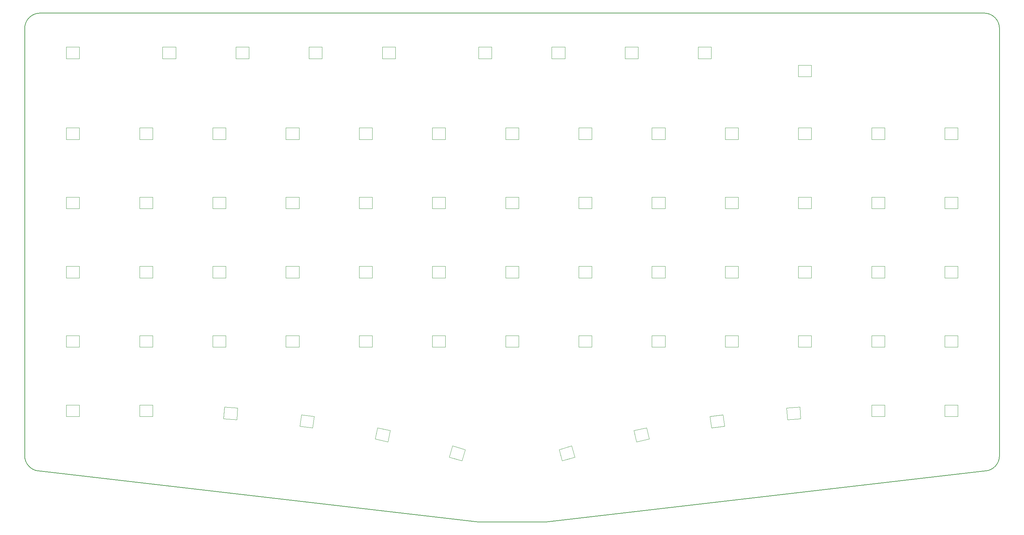
<source format=gbr>
%TF.GenerationSoftware,KiCad,Pcbnew,8.0.4*%
%TF.CreationDate,2024-08-04T16:18:39+02:00*%
%TF.ProjectId,eepyboard,65657079-626f-4617-9264-2e6b69636164,1.0*%
%TF.SameCoordinates,Original*%
%TF.FileFunction,Profile,NP*%
%FSLAX46Y46*%
G04 Gerber Fmt 4.6, Leading zero omitted, Abs format (unit mm)*
G04 Created by KiCad (PCBNEW 8.0.4) date 2024-08-04 16:18:39*
%MOMM*%
%LPD*%
G01*
G04 APERTURE LIST*
%TA.AperFunction,Profile*%
%ADD10C,0.150000*%
%TD*%
%TA.AperFunction,Profile*%
%ADD11C,0.120000*%
%TD*%
G04 APERTURE END LIST*
D10*
X340582832Y-156912339D02*
G75*
G02*
X337043429Y-160885721I-4000032J39D01*
G01*
X337043431Y-160885735D02*
X222874562Y-174120308D01*
X87582833Y-45912343D02*
G75*
G02*
X91582827Y-41912343I3999997J3D01*
G01*
X87582826Y-156912342D02*
X87582833Y-45912343D01*
X205291090Y-174120307D02*
X91122228Y-160885730D01*
X205751694Y-174146911D02*
G75*
G02*
X205291090Y-174120308I6J4000911D01*
G01*
X340582824Y-45912341D02*
X340582829Y-156912339D01*
X91122232Y-160885731D02*
G75*
G02*
X87582765Y-156912342I460568J3973431D01*
G01*
X336582829Y-41912342D02*
G75*
G02*
X340582758Y-45912341I-29J-3999958D01*
G01*
X91582827Y-41912341D02*
X336582829Y-41912342D01*
X222413967Y-174146915D02*
X205751694Y-174146911D01*
X222874562Y-174120308D02*
G75*
G02*
X222413967Y-174146912I-460562J3973208D01*
G01*
D11*
%TO.C,LED15*%
X231382831Y-125712339D02*
X234782833Y-125712339D01*
X231382831Y-128712333D02*
X231382831Y-125712339D01*
X234782833Y-125712339D02*
X234782833Y-128712333D01*
X234782833Y-128712333D02*
X231382831Y-128712333D01*
%TO.C,LED43*%
X136382827Y-71712344D02*
X139782829Y-71712344D01*
X136382827Y-74712338D02*
X136382827Y-71712344D01*
X139782829Y-71712344D02*
X139782829Y-74712338D01*
X139782829Y-74712338D02*
X136382827Y-74712338D01*
%TO.C,LED71*%
X265422682Y-146744381D02*
X268789590Y-146271193D01*
X265840198Y-149715185D02*
X265422682Y-146744381D01*
X268789590Y-146271193D02*
X269207106Y-149241997D01*
X269207106Y-149241997D02*
X265840198Y-149715185D01*
%TO.C,LED13*%
X212382826Y-125712344D02*
X215782828Y-125712344D01*
X212382826Y-128712338D02*
X212382826Y-125712344D01*
X215782828Y-125712344D02*
X215782828Y-128712338D01*
X215782828Y-128712338D02*
X212382826Y-128712338D01*
%TO.C,LED4*%
X117382825Y-89712340D02*
X120782827Y-89712340D01*
X117382825Y-92712334D02*
X117382825Y-89712340D01*
X120782827Y-89712340D02*
X120782827Y-92712334D01*
X120782827Y-92712334D02*
X117382825Y-92712334D01*
%TO.C,LED1*%
X98382826Y-125712347D02*
X101782828Y-125712347D01*
X98382826Y-128712341D02*
X98382826Y-125712347D01*
X101782828Y-125712347D02*
X101782828Y-128712341D01*
X101782828Y-128712341D02*
X98382826Y-128712341D01*
%TO.C,LED31*%
X180382831Y-50712340D02*
X183782833Y-50712340D01*
X180382831Y-53712334D02*
X180382831Y-50712340D01*
X183782833Y-50712340D02*
X183782833Y-53712334D01*
X183782833Y-53712334D02*
X180382831Y-53712334D01*
%TO.C,LED73*%
X226273393Y-155308291D02*
X229541683Y-154371121D01*
X227100305Y-158192073D02*
X226273393Y-155308291D01*
X229541683Y-154371121D02*
X230368595Y-157254903D01*
X230368595Y-157254903D02*
X227100305Y-158192073D01*
%TO.C,LED39*%
X117382831Y-143712348D02*
X120782833Y-143712348D01*
X117382831Y-146712342D02*
X117382831Y-143712348D01*
X120782833Y-143712348D02*
X120782833Y-146712342D01*
X120782833Y-146712342D02*
X117382831Y-146712342D01*
%TO.C,LED35*%
X262382826Y-50712348D02*
X265782828Y-50712348D01*
X262382826Y-53712342D02*
X262382826Y-50712348D01*
X265782828Y-50712348D02*
X265782828Y-53712342D01*
X265782828Y-53712342D02*
X262382826Y-53712342D01*
%TO.C,LED12*%
X193382826Y-89712345D02*
X196782828Y-89712345D01*
X193382826Y-92712339D02*
X193382826Y-89712345D01*
X196782828Y-89712345D02*
X196782828Y-92712339D01*
X196782828Y-92712339D02*
X193382826Y-92712339D01*
%TO.C,LED72*%
X245698510Y-150342775D02*
X249024209Y-149635876D01*
X246322243Y-153277218D02*
X245698510Y-150342775D01*
X249024209Y-149635876D02*
X249647942Y-152570319D01*
X249647942Y-152570319D02*
X246322243Y-153277218D01*
%TO.C,LED59*%
X288382825Y-71712342D02*
X291782827Y-71712342D01*
X288382825Y-74712336D02*
X288382825Y-71712342D01*
X291782827Y-71712342D02*
X291782827Y-74712336D01*
X291782827Y-74712336D02*
X288382825Y-74712336D01*
%TO.C,LED21*%
X288382829Y-125712347D02*
X291782831Y-125712347D01*
X288382829Y-128712341D02*
X288382829Y-125712347D01*
X291782831Y-125712347D02*
X291782831Y-128712341D01*
X291782831Y-128712341D02*
X288382829Y-128712341D01*
%TO.C,LED9*%
X174382827Y-125712342D02*
X177782829Y-125712342D01*
X174382827Y-128712336D02*
X174382827Y-125712342D01*
X177782829Y-125712342D02*
X177782829Y-128712336D01*
X177782829Y-128712336D02*
X174382827Y-128712336D01*
%TO.C,LED44*%
X155382829Y-107712342D02*
X158782831Y-107712342D01*
X155382829Y-110712336D02*
X155382829Y-107712342D01*
X158782831Y-107712342D02*
X158782831Y-110712336D01*
X158782831Y-110712336D02*
X155382829Y-110712336D01*
%TO.C,LED6*%
X136382823Y-89712344D02*
X139782825Y-89712344D01*
X136382823Y-92712338D02*
X136382823Y-89712344D01*
X139782825Y-89712344D02*
X139782825Y-92712338D01*
X139782825Y-92712338D02*
X136382823Y-92712338D01*
%TO.C,LED48*%
X193382824Y-107712344D02*
X196782826Y-107712344D01*
X193382824Y-110712338D02*
X193382824Y-107712344D01*
X196782826Y-107712344D02*
X196782826Y-110712338D01*
X196782826Y-110712338D02*
X193382824Y-110712338D01*
%TO.C,LED45*%
X155382827Y-71712342D02*
X158782829Y-71712342D01*
X155382827Y-74712336D02*
X155382827Y-71712342D01*
X158782829Y-71712342D02*
X158782829Y-74712336D01*
X158782829Y-74712336D02*
X155382827Y-74712336D01*
%TO.C,LED58*%
X288382827Y-107712343D02*
X291782829Y-107712343D01*
X288382827Y-110712337D02*
X288382827Y-107712343D01*
X291782829Y-107712343D02*
X291782829Y-110712337D01*
X291782829Y-110712337D02*
X288382827Y-110712337D01*
%TO.C,LED17*%
X250382827Y-125712347D02*
X253782829Y-125712347D01*
X250382827Y-128712341D02*
X250382827Y-125712347D01*
X253782829Y-125712347D02*
X253782829Y-128712341D01*
X253782829Y-128712341D02*
X250382827Y-128712341D01*
%TO.C,LED61*%
X307382828Y-107712342D02*
X310782830Y-107712342D01*
X307382828Y-110712336D02*
X307382828Y-107712342D01*
X310782830Y-107712342D02*
X310782830Y-110712336D01*
X310782830Y-110712336D02*
X307382828Y-110712336D01*
%TO.C,LED28*%
X123382826Y-50712349D02*
X126782828Y-50712349D01*
X123382826Y-53712343D02*
X123382826Y-50712349D01*
X126782828Y-50712349D02*
X126782828Y-53712343D01*
X126782828Y-53712343D02*
X123382826Y-53712343D01*
%TO.C,LED34*%
X243382832Y-50712343D02*
X246782834Y-50712343D01*
X243382832Y-53712337D02*
X243382832Y-50712343D01*
X246782834Y-50712343D02*
X246782834Y-53712337D01*
X246782834Y-53712337D02*
X243382832Y-53712337D01*
%TO.C,LED64*%
X326382826Y-107712343D02*
X329782828Y-107712343D01*
X326382826Y-110712337D02*
X326382826Y-107712343D01*
X329782828Y-107712343D02*
X329782828Y-110712337D01*
X329782828Y-110712337D02*
X326382826Y-110712337D01*
%TO.C,LED27*%
X98382828Y-50712342D02*
X101782830Y-50712342D01*
X98382828Y-53712336D02*
X98382828Y-50712342D01*
X101782830Y-50712342D02*
X101782830Y-53712336D01*
X101782830Y-53712336D02*
X98382828Y-53712336D01*
%TO.C,LED11*%
X193382830Y-125712343D02*
X196782832Y-125712343D01*
X193382830Y-128712337D02*
X193382830Y-125712343D01*
X196782832Y-125712343D02*
X196782832Y-128712337D01*
X196782832Y-128712337D02*
X193382830Y-128712337D01*
%TO.C,LED56*%
X269382824Y-107712342D02*
X272782826Y-107712342D01*
X269382824Y-110712336D02*
X269382824Y-107712342D01*
X272782826Y-107712342D02*
X272782826Y-110712336D01*
X272782826Y-110712336D02*
X269382824Y-110712336D01*
%TO.C,LED16*%
X231382827Y-89712344D02*
X234782829Y-89712344D01*
X231382827Y-92712338D02*
X231382827Y-89712344D01*
X234782829Y-89712344D02*
X234782829Y-92712338D01*
X234782829Y-92712338D02*
X231382827Y-92712338D01*
%TO.C,LED51*%
X212382827Y-71712341D02*
X215782829Y-71712341D01*
X212382827Y-74712335D02*
X212382827Y-71712341D01*
X215782829Y-71712341D02*
X215782829Y-74712335D01*
X215782829Y-74712335D02*
X212382827Y-74712335D01*
%TO.C,LED57*%
X269382823Y-71712345D02*
X272782825Y-71712345D01*
X269382823Y-74712339D02*
X269382823Y-71712345D01*
X272782825Y-71712345D02*
X272782825Y-74712339D01*
X272782825Y-74712339D02*
X269382823Y-74712339D01*
%TO.C,LED65*%
X326382826Y-71712341D02*
X329782828Y-71712341D01*
X326382826Y-74712335D02*
X326382826Y-71712341D01*
X329782828Y-71712341D02*
X329782828Y-74712335D01*
X329782828Y-74712335D02*
X326382826Y-74712335D01*
%TO.C,LED10*%
X174382828Y-89712345D02*
X177782830Y-89712345D01*
X174382828Y-92712339D02*
X174382828Y-89712345D01*
X177782830Y-89712345D02*
X177782830Y-92712339D01*
X177782830Y-92712339D02*
X174382828Y-92712339D01*
%TO.C,LED63*%
X326382827Y-143712346D02*
X329782829Y-143712346D01*
X326382827Y-146712340D02*
X326382827Y-143712346D01*
X329782829Y-143712346D02*
X329782829Y-146712340D01*
X329782829Y-146712340D02*
X326382827Y-146712340D01*
%TO.C,LED46*%
X174382827Y-107712343D02*
X177782829Y-107712343D01*
X174382827Y-110712337D02*
X174382827Y-107712343D01*
X177782829Y-107712343D02*
X177782829Y-110712337D01*
X177782829Y-110712337D02*
X174382827Y-110712337D01*
%TO.C,LED41*%
X117382830Y-71712337D02*
X120782832Y-71712337D01*
X117382830Y-74712331D02*
X117382830Y-71712337D01*
X120782832Y-71712337D02*
X120782832Y-74712331D01*
X120782832Y-74712331D02*
X117382830Y-74712331D01*
%TO.C,LED66*%
X139214857Y-147286161D02*
X139424127Y-144293472D01*
X139424127Y-144293472D02*
X142815845Y-144530647D01*
X142606575Y-147523336D02*
X139214857Y-147286161D01*
X142815845Y-144530647D02*
X142606575Y-147523336D01*
%TO.C,LED55*%
X250382824Y-71712341D02*
X253782826Y-71712341D01*
X250382824Y-74712335D02*
X250382824Y-71712341D01*
X253782826Y-71712341D02*
X253782826Y-74712335D01*
X253782826Y-74712335D02*
X250382824Y-74712335D01*
%TO.C,LED5*%
X136382829Y-125712345D02*
X139782831Y-125712345D01*
X136382829Y-128712339D02*
X136382829Y-125712345D01*
X139782831Y-125712345D02*
X139782831Y-128712339D01*
X139782831Y-128712339D02*
X136382829Y-128712339D01*
%TO.C,LED60*%
X307382832Y-143712347D02*
X310782834Y-143712347D01*
X307382832Y-146712341D02*
X307382832Y-143712347D01*
X310782834Y-143712347D02*
X310782834Y-146712341D01*
X310782834Y-146712341D02*
X307382832Y-146712341D01*
%TO.C,LED25*%
X326382831Y-125712340D02*
X329782833Y-125712340D01*
X326382831Y-128712334D02*
X326382831Y-125712340D01*
X329782833Y-125712340D02*
X329782833Y-128712334D01*
X329782833Y-128712334D02*
X326382831Y-128712334D01*
%TO.C,LED29*%
X142382828Y-50712348D02*
X145782830Y-50712348D01*
X142382828Y-53712342D02*
X142382828Y-50712348D01*
X145782830Y-50712348D02*
X145782830Y-53712342D01*
X145782830Y-53712342D02*
X142382828Y-53712342D01*
%TO.C,LED8*%
X155382824Y-89712343D02*
X158782826Y-89712343D01*
X155382824Y-92712337D02*
X155382824Y-89712343D01*
X158782826Y-89712343D02*
X158782826Y-92712337D01*
X158782826Y-92712337D02*
X155382824Y-92712337D01*
%TO.C,LED26*%
X326382833Y-89712344D02*
X329782835Y-89712344D01*
X326382833Y-92712338D02*
X326382833Y-89712344D01*
X329782835Y-89712344D02*
X329782835Y-92712338D01*
X329782835Y-92712338D02*
X326382833Y-92712338D01*
%TO.C,LED50*%
X212382825Y-107712344D02*
X215782827Y-107712344D01*
X212382825Y-110712338D02*
X212382825Y-107712344D01*
X215782827Y-107712344D02*
X215782827Y-110712338D01*
X215782827Y-110712338D02*
X212382825Y-110712338D01*
%TO.C,LED70*%
X285349812Y-144530645D02*
X288741531Y-144293473D01*
X285559081Y-147523331D02*
X285349812Y-144530645D01*
X288741531Y-144293473D02*
X288950800Y-147286159D01*
X288950800Y-147286159D02*
X285559081Y-147523331D01*
%TO.C,LED2*%
X98382830Y-89712341D02*
X101782832Y-89712341D01*
X98382830Y-92712335D02*
X98382830Y-89712341D01*
X101782832Y-89712341D02*
X101782832Y-92712335D01*
X101782832Y-92712335D02*
X98382830Y-92712335D01*
%TO.C,LED49*%
X193382825Y-71712345D02*
X196782827Y-71712345D01*
X193382825Y-74712339D02*
X193382825Y-71712345D01*
X196782827Y-71712345D02*
X196782827Y-74712339D01*
X196782827Y-74712339D02*
X193382825Y-74712339D01*
%TO.C,LED3*%
X117382823Y-125712342D02*
X120782825Y-125712342D01*
X117382823Y-128712336D02*
X117382823Y-125712342D01*
X120782825Y-125712342D02*
X120782825Y-128712336D01*
X120782825Y-128712336D02*
X117382823Y-128712336D01*
%TO.C,LED14*%
X212382829Y-89712343D02*
X215782831Y-89712343D01*
X212382829Y-92712337D02*
X212382829Y-89712343D01*
X215782831Y-89712343D02*
X215782831Y-92712337D01*
X215782831Y-92712337D02*
X212382829Y-92712337D01*
%TO.C,LED32*%
X205382829Y-50712346D02*
X208782831Y-50712346D01*
X205382829Y-53712340D02*
X205382829Y-50712346D01*
X208782831Y-50712346D02*
X208782831Y-53712340D01*
X208782831Y-53712340D02*
X205382829Y-53712340D01*
%TO.C,LED38*%
X98382828Y-71712345D02*
X101782830Y-71712345D01*
X98382828Y-74712339D02*
X98382828Y-71712345D01*
X101782830Y-71712345D02*
X101782830Y-74712339D01*
X101782830Y-74712339D02*
X98382828Y-74712339D01*
%TO.C,LED37*%
X98382827Y-107712339D02*
X101782829Y-107712339D01*
X98382827Y-110712333D02*
X98382827Y-107712339D01*
X101782829Y-107712339D02*
X101782829Y-110712333D01*
X101782829Y-110712333D02*
X98382827Y-110712333D01*
%TO.C,LED20*%
X269382831Y-89712345D02*
X272782833Y-89712345D01*
X269382831Y-92712339D02*
X269382831Y-89712345D01*
X272782833Y-89712345D02*
X272782833Y-92712339D01*
X272782833Y-92712339D02*
X269382831Y-92712339D01*
%TO.C,LED30*%
X161382826Y-50712343D02*
X164782828Y-50712343D01*
X161382826Y-53712337D02*
X161382826Y-50712343D01*
X164782828Y-50712343D02*
X164782828Y-53712337D01*
X164782828Y-53712337D02*
X161382826Y-53712337D01*
%TO.C,LED23*%
X307382830Y-125712343D02*
X310782832Y-125712343D01*
X307382830Y-128712337D02*
X307382830Y-125712343D01*
X310782832Y-125712343D02*
X310782832Y-128712337D01*
X310782832Y-128712337D02*
X307382830Y-128712337D01*
%TO.C,LED54*%
X250382828Y-107712339D02*
X253782830Y-107712339D01*
X250382828Y-110712333D02*
X250382828Y-107712339D01*
X253782830Y-107712339D02*
X253782830Y-110712333D01*
X253782830Y-110712333D02*
X250382828Y-110712333D01*
%TO.C,LED42*%
X136382832Y-107712344D02*
X139782834Y-107712344D01*
X136382832Y-110712338D02*
X136382832Y-107712344D01*
X139782834Y-107712344D02*
X139782834Y-110712338D01*
X139782834Y-110712338D02*
X136382832Y-110712338D01*
%TO.C,LED22*%
X288382831Y-89712344D02*
X291782833Y-89712344D01*
X288382831Y-92712338D02*
X288382831Y-89712344D01*
X291782833Y-89712344D02*
X291782833Y-92712338D01*
X291782833Y-92712338D02*
X288382831Y-92712338D01*
%TO.C,LED69*%
X197797058Y-157254896D02*
X198623970Y-154371114D01*
X198623970Y-154371114D02*
X201892260Y-155308284D01*
X201065348Y-158192066D02*
X197797058Y-157254896D01*
X201892260Y-155308284D02*
X201065348Y-158192066D01*
%TO.C,LED7*%
X155382827Y-125712343D02*
X158782829Y-125712343D01*
X155382827Y-128712337D02*
X155382827Y-125712343D01*
X158782829Y-125712343D02*
X158782829Y-128712337D01*
X158782829Y-128712337D02*
X155382827Y-128712337D01*
%TO.C,LED36*%
X98382836Y-143712341D02*
X101782838Y-143712341D01*
X98382836Y-146712335D02*
X98382836Y-143712341D01*
X101782838Y-143712341D02*
X101782838Y-146712335D01*
X101782838Y-146712335D02*
X98382836Y-146712335D01*
%TO.C,LED53*%
X231382826Y-71712347D02*
X234782828Y-71712347D01*
X231382826Y-74712341D02*
X231382826Y-71712347D01*
X234782828Y-71712347D02*
X234782828Y-74712341D01*
X234782828Y-74712341D02*
X231382826Y-74712341D01*
%TO.C,LED47*%
X174382828Y-71712335D02*
X177782830Y-71712335D01*
X174382828Y-74712329D02*
X174382828Y-71712335D01*
X177782830Y-71712335D02*
X177782830Y-74712329D01*
X177782830Y-74712329D02*
X174382828Y-74712329D01*
%TO.C,LED74*%
X288382829Y-55412339D02*
X291782831Y-55412339D01*
X288382829Y-58412333D02*
X288382829Y-55412339D01*
X291782831Y-55412339D02*
X291782831Y-58412333D01*
X291782831Y-58412333D02*
X288382829Y-58412333D01*
%TO.C,LED62*%
X307382821Y-71712345D02*
X310782823Y-71712345D01*
X307382821Y-74712339D02*
X307382821Y-71712345D01*
X310782823Y-71712345D02*
X310782823Y-74712339D01*
X310782823Y-74712339D02*
X307382821Y-74712339D01*
%TO.C,LED24*%
X307382830Y-89712338D02*
X310782832Y-89712338D01*
X307382830Y-92712332D02*
X307382830Y-89712338D01*
X310782832Y-89712338D02*
X310782832Y-92712332D01*
X310782832Y-92712332D02*
X307382830Y-92712332D01*
%TO.C,LED18*%
X250382827Y-89712347D02*
X253782829Y-89712347D01*
X250382827Y-92712341D02*
X250382827Y-89712347D01*
X253782829Y-89712347D02*
X253782829Y-92712341D01*
X253782829Y-92712341D02*
X250382827Y-92712341D01*
%TO.C,LED52*%
X231382827Y-107712337D02*
X234782829Y-107712337D01*
X231382827Y-110712331D02*
X231382827Y-107712337D01*
X234782829Y-107712337D02*
X234782829Y-110712331D01*
X234782829Y-110712331D02*
X231382827Y-110712331D01*
%TO.C,LED40*%
X117382835Y-107712345D02*
X120782837Y-107712345D01*
X117382835Y-110712339D02*
X117382835Y-107712345D01*
X120782837Y-107712345D02*
X120782837Y-110712339D01*
X120782837Y-110712339D02*
X117382835Y-110712339D01*
%TO.C,LED68*%
X178517712Y-152570312D02*
X179141445Y-149635869D01*
X179141445Y-149635869D02*
X182467144Y-150342768D01*
X181843411Y-153277211D02*
X178517712Y-152570312D01*
X182467144Y-150342768D02*
X181843411Y-153277211D01*
%TO.C,LED33*%
X224382825Y-50712347D02*
X227782827Y-50712347D01*
X224382825Y-53712341D02*
X224382825Y-50712347D01*
X227782827Y-50712347D02*
X227782827Y-53712341D01*
X227782827Y-53712341D02*
X224382825Y-53712341D01*
%TO.C,LED19*%
X269382829Y-125712347D02*
X272782831Y-125712347D01*
X269382829Y-128712341D02*
X269382829Y-125712347D01*
X272782831Y-125712347D02*
X272782831Y-128712341D01*
X272782831Y-128712341D02*
X269382829Y-128712341D01*
%TO.C,LED67*%
X158958548Y-149241994D02*
X159376064Y-146271190D01*
X159376064Y-146271190D02*
X162742972Y-146744378D01*
X162325456Y-149715182D02*
X158958548Y-149241994D01*
X162742972Y-146744378D02*
X162325456Y-149715182D01*
%TD*%
M02*

</source>
